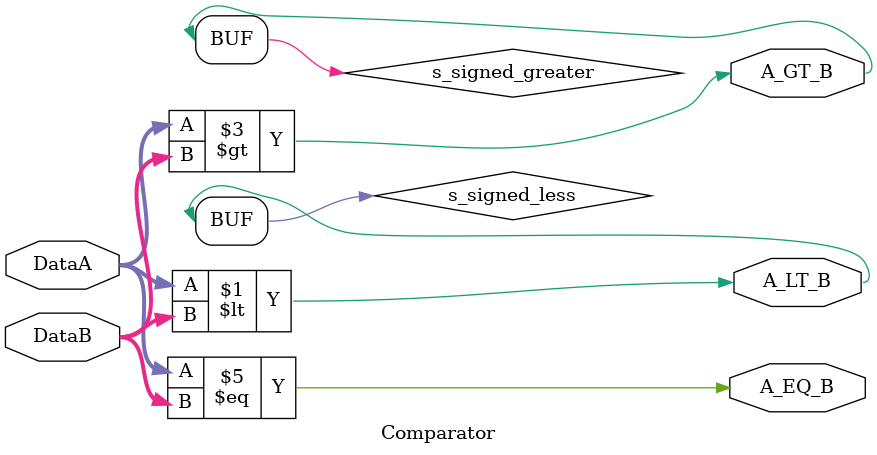
<source format=v>
`timescale 1ns/1ps
module Comparator( DataA,
                   DataB,
                   A_EQ_B,
                   A_GT_B,
                   A_LT_B);
    parameter WIDTH = 32;
    // TwosComplememt == 1 ->signed | 0 -> unsigned
    parameter TwosComplement = 1;

    //input
    input [WIDTH-1:0] DataA;
    input [WIDTH-1:0] DataB;

    //output
    output A_EQ_B;
    output A_GT_B;
    output A_LT_B;

    //func
    wire s_signed_greater;
    wire s_signed_less;
    wire s_unsigned_greater;
    wire s_unsigned_less;

    assign s_signed_less      = ($signed(DataA) < $signed(DataB));
    assign s_unsigned_less    = (DataA < DataB);
    assign s_signed_greater   = ($signed(DataA) > $signed(DataB));
    assign s_unsigned_greater = (DataA > DataB);

    assign A_EQ_B = (DataA == DataB);
    assign A_GT_B = (TwosComplement==1) ? s_signed_greater : s_unsigned_greater;
    assign A_LT_B = (TwosComplement==1) ? s_signed_less : s_unsigned_less;

endmodule
    
            
</source>
